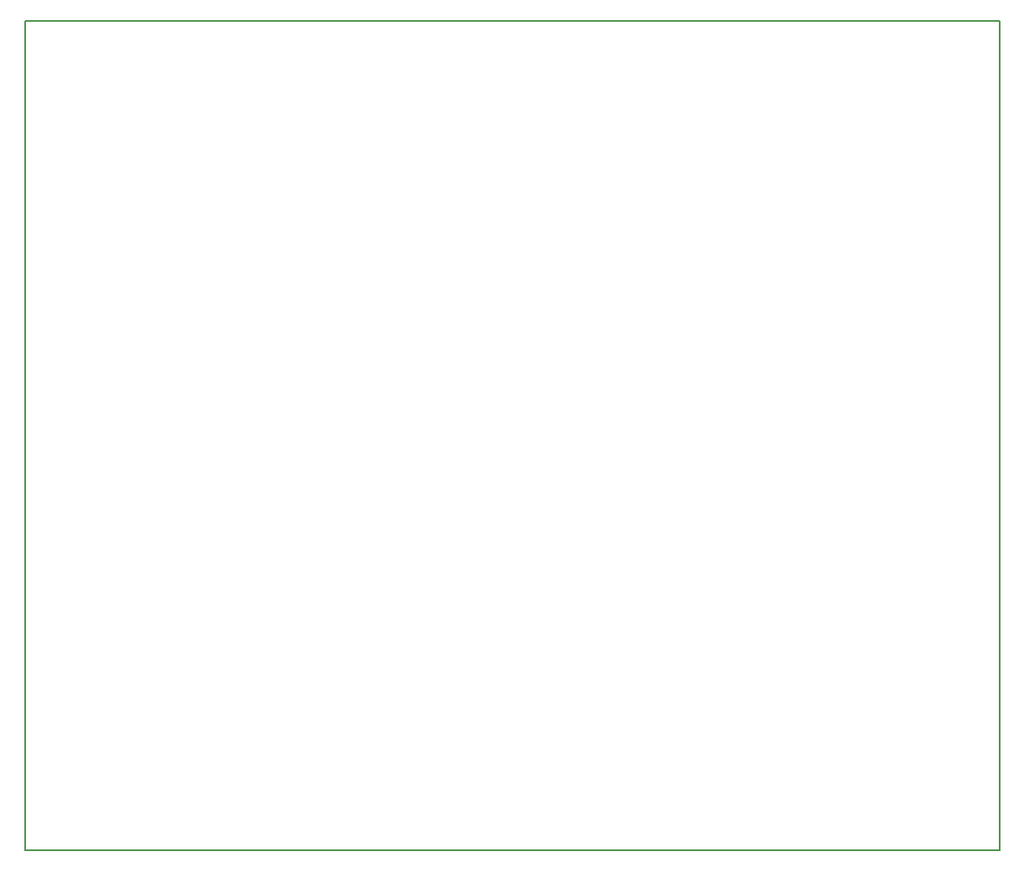
<source format=gbr>
%TF.GenerationSoftware,KiCad,Pcbnew,7.0.1*%
%TF.CreationDate,2023-04-23T14:22:28-06:00*%
%TF.ProjectId,Phase_B_UnoShield,50686173-655f-4425-9f55-6e6f53686965,rev?*%
%TF.SameCoordinates,Original*%
%TF.FileFunction,Profile,NP*%
%FSLAX46Y46*%
G04 Gerber Fmt 4.6, Leading zero omitted, Abs format (unit mm)*
G04 Created by KiCad (PCBNEW 7.0.1) date 2023-04-23 14:22:28*
%MOMM*%
%LPD*%
G01*
G04 APERTURE LIST*
%TA.AperFunction,Profile*%
%ADD10C,0.150000*%
%TD*%
G04 APERTURE END LIST*
D10*
X18097500Y-41910000D02*
X116522500Y-41910000D01*
X116522500Y-125730000D01*
X18097500Y-125730000D01*
X18097500Y-41910000D01*
M02*

</source>
